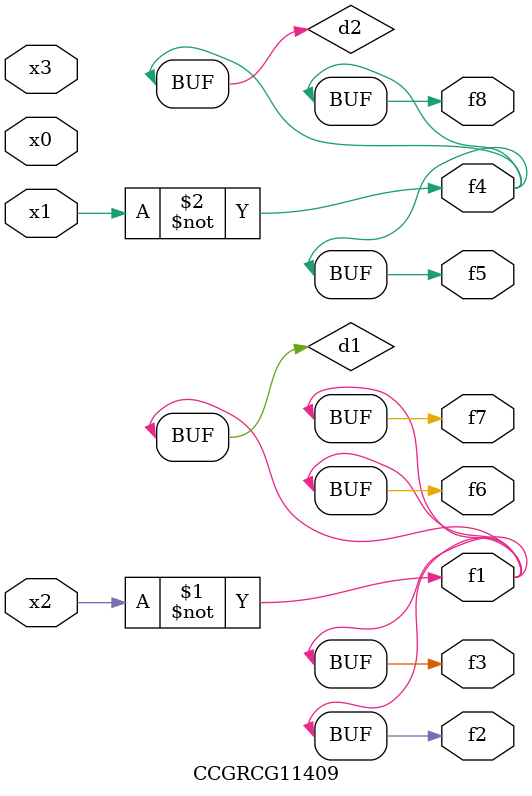
<source format=v>
module CCGRCG11409(
	input x0, x1, x2, x3,
	output f1, f2, f3, f4, f5, f6, f7, f8
);

	wire d1, d2;

	xnor (d1, x2);
	not (d2, x1);
	assign f1 = d1;
	assign f2 = d1;
	assign f3 = d1;
	assign f4 = d2;
	assign f5 = d2;
	assign f6 = d1;
	assign f7 = d1;
	assign f8 = d2;
endmodule

</source>
